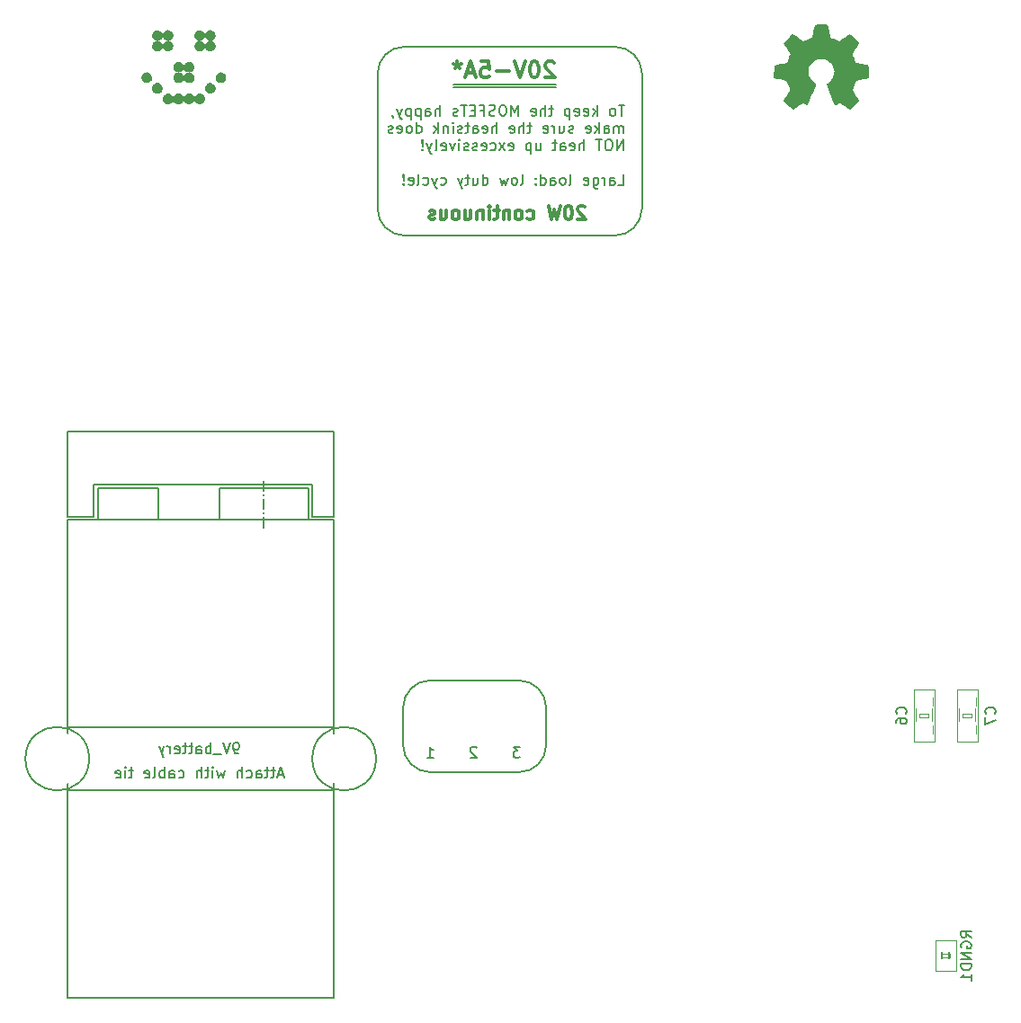
<source format=gbo>
G04 (created by PCBNEW (2013-01-23 BZR 3920)-testing) date Thu 24 Jan 2013 12:53:23 AM CET*
%MOIN*%
G04 Gerber Fmt 3.4, Leading zero omitted, Abs format*
%FSLAX34Y34*%
G01*
G70*
G90*
G04 APERTURE LIST*
%ADD10C,2.3622e-06*%
%ADD11C,0.008*%
%ADD12C,0.012*%
%ADD13C,0.0001*%
%ADD14C,0.0026*%
%ADD15C,0.006*%
%ADD16C,0.002*%
%ADD17C,0.004*%
%ADD18C,0.1969*%
%ADD19O,0.1378X0.0984*%
%ADD20C,0.0591*%
%ADD21C,0.06*%
%ADD22C,0.3937*%
%ADD23C,0.1772*%
%ADD24C,0.315*%
%ADD25C,0.4724*%
%ADD26C,0.0984*%
%ADD27C,0.16*%
%ADD28C,0.1575*%
%ADD29R,0.0433X0.0393*%
%ADD30O,0.0689X0.1181*%
%ADD31R,0.0708X0.0629*%
%ADD32C,0.065*%
%ADD33R,0.06X0.06*%
G04 APERTURE END LIST*
G54D10*
G54D11*
X52450Y-20600D02*
X52450Y-15600D01*
X62250Y-20600D02*
X62250Y-15600D01*
G54D12*
X60142Y-20550D02*
X60119Y-20526D01*
X60071Y-20502D01*
X59952Y-20502D01*
X59904Y-20526D01*
X59880Y-20550D01*
X59857Y-20597D01*
X59857Y-20645D01*
X59880Y-20716D01*
X60166Y-21002D01*
X59857Y-21002D01*
X59547Y-20502D02*
X59500Y-20502D01*
X59452Y-20526D01*
X59428Y-20550D01*
X59404Y-20597D01*
X59380Y-20692D01*
X59380Y-20811D01*
X59404Y-20907D01*
X59428Y-20954D01*
X59452Y-20978D01*
X59500Y-21002D01*
X59547Y-21002D01*
X59595Y-20978D01*
X59619Y-20954D01*
X59642Y-20907D01*
X59666Y-20811D01*
X59666Y-20692D01*
X59642Y-20597D01*
X59619Y-20550D01*
X59595Y-20526D01*
X59547Y-20502D01*
X59214Y-20502D02*
X59095Y-21002D01*
X59000Y-20645D01*
X58904Y-21002D01*
X58785Y-20502D01*
X58000Y-20978D02*
X58047Y-21002D01*
X58142Y-21002D01*
X58190Y-20978D01*
X58214Y-20954D01*
X58238Y-20907D01*
X58238Y-20764D01*
X58214Y-20716D01*
X58190Y-20692D01*
X58142Y-20669D01*
X58047Y-20669D01*
X58000Y-20692D01*
X57714Y-21002D02*
X57761Y-20978D01*
X57785Y-20954D01*
X57809Y-20907D01*
X57809Y-20764D01*
X57785Y-20716D01*
X57761Y-20692D01*
X57714Y-20669D01*
X57642Y-20669D01*
X57595Y-20692D01*
X57571Y-20716D01*
X57547Y-20764D01*
X57547Y-20907D01*
X57571Y-20954D01*
X57595Y-20978D01*
X57642Y-21002D01*
X57714Y-21002D01*
X57333Y-20669D02*
X57333Y-21002D01*
X57333Y-20716D02*
X57309Y-20692D01*
X57261Y-20669D01*
X57190Y-20669D01*
X57142Y-20692D01*
X57119Y-20740D01*
X57119Y-21002D01*
X56952Y-20669D02*
X56761Y-20669D01*
X56880Y-20502D02*
X56880Y-20930D01*
X56857Y-20978D01*
X56809Y-21002D01*
X56761Y-21002D01*
X56595Y-21002D02*
X56595Y-20669D01*
X56595Y-20502D02*
X56619Y-20526D01*
X56595Y-20550D01*
X56571Y-20526D01*
X56595Y-20502D01*
X56595Y-20550D01*
X56357Y-20669D02*
X56357Y-21002D01*
X56357Y-20716D02*
X56333Y-20692D01*
X56285Y-20669D01*
X56214Y-20669D01*
X56166Y-20692D01*
X56142Y-20740D01*
X56142Y-21002D01*
X55690Y-20669D02*
X55690Y-21002D01*
X55904Y-20669D02*
X55904Y-20930D01*
X55880Y-20978D01*
X55833Y-21002D01*
X55761Y-21002D01*
X55714Y-20978D01*
X55690Y-20954D01*
X55380Y-21002D02*
X55428Y-20978D01*
X55452Y-20954D01*
X55476Y-20907D01*
X55476Y-20764D01*
X55452Y-20716D01*
X55428Y-20692D01*
X55380Y-20669D01*
X55309Y-20669D01*
X55261Y-20692D01*
X55238Y-20716D01*
X55214Y-20764D01*
X55214Y-20907D01*
X55238Y-20954D01*
X55261Y-20978D01*
X55309Y-21002D01*
X55380Y-21002D01*
X54785Y-20669D02*
X54785Y-21002D01*
X54999Y-20669D02*
X54999Y-20930D01*
X54976Y-20978D01*
X54928Y-21002D01*
X54857Y-21002D01*
X54809Y-20978D01*
X54785Y-20954D01*
X54571Y-20978D02*
X54523Y-21002D01*
X54428Y-21002D01*
X54380Y-20978D01*
X54357Y-20930D01*
X54357Y-20907D01*
X54380Y-20859D01*
X54428Y-20835D01*
X54499Y-20835D01*
X54547Y-20811D01*
X54571Y-20764D01*
X54571Y-20740D01*
X54547Y-20692D01*
X54499Y-20669D01*
X54428Y-20669D01*
X54380Y-20692D01*
G54D11*
X59050Y-16100D02*
X55250Y-16100D01*
X55250Y-16000D02*
X59050Y-16000D01*
X61250Y-21600D02*
X53450Y-21600D01*
X53450Y-14600D02*
X61250Y-14600D01*
X61611Y-16761D02*
X61383Y-16761D01*
X61497Y-17161D02*
X61497Y-16761D01*
X61192Y-17161D02*
X61230Y-17142D01*
X61250Y-17123D01*
X61269Y-17085D01*
X61269Y-16971D01*
X61250Y-16933D01*
X61230Y-16914D01*
X61192Y-16895D01*
X61135Y-16895D01*
X61097Y-16914D01*
X61078Y-16933D01*
X61059Y-16971D01*
X61059Y-17085D01*
X61078Y-17123D01*
X61097Y-17142D01*
X61135Y-17161D01*
X61192Y-17161D01*
X60583Y-17161D02*
X60583Y-16761D01*
X60545Y-17009D02*
X60430Y-17161D01*
X60430Y-16895D02*
X60583Y-17047D01*
X60107Y-17142D02*
X60145Y-17161D01*
X60221Y-17161D01*
X60259Y-17142D01*
X60278Y-17104D01*
X60278Y-16952D01*
X60259Y-16914D01*
X60221Y-16895D01*
X60145Y-16895D01*
X60107Y-16914D01*
X60088Y-16952D01*
X60088Y-16990D01*
X60278Y-17028D01*
X59764Y-17142D02*
X59802Y-17161D01*
X59878Y-17161D01*
X59916Y-17142D01*
X59935Y-17104D01*
X59935Y-16952D01*
X59916Y-16914D01*
X59878Y-16895D01*
X59802Y-16895D01*
X59764Y-16914D01*
X59745Y-16952D01*
X59745Y-16990D01*
X59935Y-17028D01*
X59573Y-16895D02*
X59573Y-17295D01*
X59573Y-16914D02*
X59535Y-16895D01*
X59459Y-16895D01*
X59421Y-16914D01*
X59402Y-16933D01*
X59383Y-16971D01*
X59383Y-17085D01*
X59402Y-17123D01*
X59421Y-17142D01*
X59459Y-17161D01*
X59535Y-17161D01*
X59573Y-17142D01*
X58964Y-16895D02*
X58811Y-16895D01*
X58907Y-16761D02*
X58907Y-17104D01*
X58888Y-17142D01*
X58850Y-17161D01*
X58811Y-17161D01*
X58678Y-17161D02*
X58678Y-16761D01*
X58507Y-17161D02*
X58507Y-16952D01*
X58526Y-16914D01*
X58564Y-16895D01*
X58621Y-16895D01*
X58659Y-16914D01*
X58678Y-16933D01*
X58164Y-17142D02*
X58202Y-17161D01*
X58278Y-17161D01*
X58316Y-17142D01*
X58335Y-17104D01*
X58335Y-16952D01*
X58316Y-16914D01*
X58278Y-16895D01*
X58202Y-16895D01*
X58164Y-16914D01*
X58145Y-16952D01*
X58145Y-16990D01*
X58335Y-17028D01*
X57669Y-17161D02*
X57669Y-16761D01*
X57535Y-17047D01*
X57402Y-16761D01*
X57402Y-17161D01*
X57135Y-16761D02*
X57059Y-16761D01*
X57021Y-16780D01*
X56983Y-16819D01*
X56964Y-16895D01*
X56964Y-17028D01*
X56983Y-17104D01*
X57021Y-17142D01*
X57059Y-17161D01*
X57135Y-17161D01*
X57173Y-17142D01*
X57211Y-17104D01*
X57230Y-17028D01*
X57230Y-16895D01*
X57211Y-16819D01*
X57173Y-16780D01*
X57135Y-16761D01*
X56811Y-17142D02*
X56754Y-17161D01*
X56659Y-17161D01*
X56621Y-17142D01*
X56602Y-17123D01*
X56583Y-17085D01*
X56583Y-17047D01*
X56602Y-17009D01*
X56621Y-16990D01*
X56659Y-16971D01*
X56735Y-16952D01*
X56773Y-16933D01*
X56792Y-16914D01*
X56811Y-16876D01*
X56811Y-16838D01*
X56792Y-16800D01*
X56773Y-16780D01*
X56735Y-16761D01*
X56640Y-16761D01*
X56583Y-16780D01*
X56278Y-16952D02*
X56411Y-16952D01*
X56411Y-17161D02*
X56411Y-16761D01*
X56221Y-16761D01*
X56069Y-16952D02*
X55935Y-16952D01*
X55878Y-17161D02*
X56069Y-17161D01*
X56069Y-16761D01*
X55878Y-16761D01*
X55764Y-16761D02*
X55535Y-16761D01*
X55650Y-17161D02*
X55650Y-16761D01*
X55421Y-17142D02*
X55383Y-17161D01*
X55307Y-17161D01*
X55269Y-17142D01*
X55250Y-17104D01*
X55250Y-17085D01*
X55269Y-17047D01*
X55307Y-17028D01*
X55364Y-17028D01*
X55402Y-17009D01*
X55421Y-16971D01*
X55421Y-16952D01*
X55402Y-16914D01*
X55364Y-16895D01*
X55307Y-16895D01*
X55269Y-16914D01*
X54773Y-17161D02*
X54773Y-16761D01*
X54602Y-17161D02*
X54602Y-16952D01*
X54621Y-16914D01*
X54659Y-16895D01*
X54716Y-16895D01*
X54754Y-16914D01*
X54773Y-16933D01*
X54240Y-17161D02*
X54240Y-16952D01*
X54259Y-16914D01*
X54297Y-16895D01*
X54373Y-16895D01*
X54411Y-16914D01*
X54240Y-17142D02*
X54278Y-17161D01*
X54373Y-17161D01*
X54411Y-17142D01*
X54430Y-17104D01*
X54430Y-17066D01*
X54411Y-17028D01*
X54373Y-17009D01*
X54278Y-17009D01*
X54240Y-16990D01*
X54050Y-16895D02*
X54050Y-17295D01*
X54050Y-16914D02*
X54011Y-16895D01*
X53935Y-16895D01*
X53897Y-16914D01*
X53878Y-16933D01*
X53859Y-16971D01*
X53859Y-17085D01*
X53878Y-17123D01*
X53897Y-17142D01*
X53935Y-17161D01*
X54011Y-17161D01*
X54050Y-17142D01*
X53688Y-16895D02*
X53688Y-17295D01*
X53688Y-16914D02*
X53650Y-16895D01*
X53573Y-16895D01*
X53535Y-16914D01*
X53516Y-16933D01*
X53497Y-16971D01*
X53497Y-17085D01*
X53516Y-17123D01*
X53535Y-17142D01*
X53573Y-17161D01*
X53650Y-17161D01*
X53688Y-17142D01*
X53364Y-16895D02*
X53269Y-17161D01*
X53173Y-16895D02*
X53269Y-17161D01*
X53307Y-17257D01*
X53326Y-17276D01*
X53364Y-17295D01*
X53002Y-17142D02*
X53002Y-17161D01*
X53021Y-17200D01*
X53040Y-17219D01*
X61554Y-17801D02*
X61554Y-17535D01*
X61554Y-17573D02*
X61535Y-17554D01*
X61497Y-17535D01*
X61440Y-17535D01*
X61402Y-17554D01*
X61383Y-17592D01*
X61383Y-17801D01*
X61383Y-17592D02*
X61364Y-17554D01*
X61326Y-17535D01*
X61269Y-17535D01*
X61230Y-17554D01*
X61211Y-17592D01*
X61211Y-17801D01*
X60850Y-17801D02*
X60850Y-17592D01*
X60869Y-17554D01*
X60907Y-17535D01*
X60983Y-17535D01*
X61021Y-17554D01*
X60850Y-17782D02*
X60888Y-17801D01*
X60983Y-17801D01*
X61021Y-17782D01*
X61040Y-17744D01*
X61040Y-17706D01*
X61021Y-17668D01*
X60983Y-17649D01*
X60888Y-17649D01*
X60850Y-17630D01*
X60659Y-17801D02*
X60659Y-17401D01*
X60621Y-17649D02*
X60507Y-17801D01*
X60507Y-17535D02*
X60659Y-17687D01*
X60183Y-17782D02*
X60221Y-17801D01*
X60297Y-17801D01*
X60335Y-17782D01*
X60354Y-17744D01*
X60354Y-17592D01*
X60335Y-17554D01*
X60297Y-17535D01*
X60221Y-17535D01*
X60183Y-17554D01*
X60164Y-17592D01*
X60164Y-17630D01*
X60354Y-17668D01*
X59707Y-17782D02*
X59669Y-17801D01*
X59592Y-17801D01*
X59554Y-17782D01*
X59535Y-17744D01*
X59535Y-17725D01*
X59554Y-17687D01*
X59592Y-17668D01*
X59650Y-17668D01*
X59688Y-17649D01*
X59707Y-17611D01*
X59707Y-17592D01*
X59688Y-17554D01*
X59650Y-17535D01*
X59592Y-17535D01*
X59554Y-17554D01*
X59192Y-17535D02*
X59192Y-17801D01*
X59364Y-17535D02*
X59364Y-17744D01*
X59345Y-17782D01*
X59307Y-17801D01*
X59250Y-17801D01*
X59211Y-17782D01*
X59192Y-17763D01*
X59002Y-17801D02*
X59002Y-17535D01*
X59002Y-17611D02*
X58983Y-17573D01*
X58964Y-17554D01*
X58926Y-17535D01*
X58888Y-17535D01*
X58602Y-17782D02*
X58640Y-17801D01*
X58716Y-17801D01*
X58754Y-17782D01*
X58773Y-17744D01*
X58773Y-17592D01*
X58754Y-17554D01*
X58716Y-17535D01*
X58640Y-17535D01*
X58602Y-17554D01*
X58583Y-17592D01*
X58583Y-17630D01*
X58773Y-17668D01*
X58164Y-17535D02*
X58011Y-17535D01*
X58107Y-17401D02*
X58107Y-17744D01*
X58088Y-17782D01*
X58050Y-17801D01*
X58011Y-17801D01*
X57878Y-17801D02*
X57878Y-17401D01*
X57707Y-17801D02*
X57707Y-17592D01*
X57726Y-17554D01*
X57764Y-17535D01*
X57821Y-17535D01*
X57859Y-17554D01*
X57878Y-17573D01*
X57364Y-17782D02*
X57402Y-17801D01*
X57478Y-17801D01*
X57516Y-17782D01*
X57535Y-17744D01*
X57535Y-17592D01*
X57516Y-17554D01*
X57478Y-17535D01*
X57402Y-17535D01*
X57364Y-17554D01*
X57345Y-17592D01*
X57345Y-17630D01*
X57535Y-17668D01*
X56869Y-17801D02*
X56869Y-17401D01*
X56697Y-17801D02*
X56697Y-17592D01*
X56716Y-17554D01*
X56754Y-17535D01*
X56811Y-17535D01*
X56850Y-17554D01*
X56869Y-17573D01*
X56354Y-17782D02*
X56392Y-17801D01*
X56469Y-17801D01*
X56507Y-17782D01*
X56526Y-17744D01*
X56526Y-17592D01*
X56507Y-17554D01*
X56469Y-17535D01*
X56392Y-17535D01*
X56354Y-17554D01*
X56335Y-17592D01*
X56335Y-17630D01*
X56526Y-17668D01*
X55992Y-17801D02*
X55992Y-17592D01*
X56011Y-17554D01*
X56050Y-17535D01*
X56126Y-17535D01*
X56164Y-17554D01*
X55992Y-17782D02*
X56030Y-17801D01*
X56126Y-17801D01*
X56164Y-17782D01*
X56183Y-17744D01*
X56183Y-17706D01*
X56164Y-17668D01*
X56126Y-17649D01*
X56030Y-17649D01*
X55992Y-17630D01*
X55859Y-17535D02*
X55707Y-17535D01*
X55802Y-17401D02*
X55802Y-17744D01*
X55783Y-17782D01*
X55745Y-17801D01*
X55707Y-17801D01*
X55592Y-17782D02*
X55554Y-17801D01*
X55478Y-17801D01*
X55440Y-17782D01*
X55421Y-17744D01*
X55421Y-17725D01*
X55440Y-17687D01*
X55478Y-17668D01*
X55535Y-17668D01*
X55573Y-17649D01*
X55592Y-17611D01*
X55592Y-17592D01*
X55573Y-17554D01*
X55535Y-17535D01*
X55478Y-17535D01*
X55440Y-17554D01*
X55250Y-17801D02*
X55250Y-17535D01*
X55250Y-17401D02*
X55269Y-17420D01*
X55250Y-17440D01*
X55230Y-17420D01*
X55250Y-17401D01*
X55250Y-17440D01*
X55059Y-17535D02*
X55059Y-17801D01*
X55059Y-17573D02*
X55040Y-17554D01*
X55002Y-17535D01*
X54945Y-17535D01*
X54907Y-17554D01*
X54888Y-17592D01*
X54888Y-17801D01*
X54697Y-17801D02*
X54697Y-17401D01*
X54659Y-17649D02*
X54545Y-17801D01*
X54545Y-17535D02*
X54697Y-17687D01*
X53897Y-17801D02*
X53897Y-17401D01*
X53897Y-17782D02*
X53935Y-17801D01*
X54011Y-17801D01*
X54050Y-17782D01*
X54069Y-17763D01*
X54088Y-17725D01*
X54088Y-17611D01*
X54069Y-17573D01*
X54050Y-17554D01*
X54011Y-17535D01*
X53935Y-17535D01*
X53897Y-17554D01*
X53650Y-17801D02*
X53688Y-17782D01*
X53707Y-17763D01*
X53726Y-17725D01*
X53726Y-17611D01*
X53707Y-17573D01*
X53688Y-17554D01*
X53650Y-17535D01*
X53592Y-17535D01*
X53554Y-17554D01*
X53535Y-17573D01*
X53516Y-17611D01*
X53516Y-17725D01*
X53535Y-17763D01*
X53554Y-17782D01*
X53592Y-17801D01*
X53650Y-17801D01*
X53192Y-17782D02*
X53230Y-17801D01*
X53307Y-17801D01*
X53345Y-17782D01*
X53364Y-17744D01*
X53364Y-17592D01*
X53345Y-17554D01*
X53307Y-17535D01*
X53230Y-17535D01*
X53192Y-17554D01*
X53173Y-17592D01*
X53173Y-17630D01*
X53364Y-17668D01*
X53021Y-17782D02*
X52983Y-17801D01*
X52907Y-17801D01*
X52869Y-17782D01*
X52850Y-17744D01*
X52850Y-17725D01*
X52869Y-17687D01*
X52907Y-17668D01*
X52964Y-17668D01*
X53002Y-17649D01*
X53021Y-17611D01*
X53021Y-17592D01*
X53002Y-17554D01*
X52964Y-17535D01*
X52907Y-17535D01*
X52869Y-17554D01*
X61554Y-18441D02*
X61554Y-18041D01*
X61326Y-18441D01*
X61326Y-18041D01*
X61059Y-18041D02*
X60983Y-18041D01*
X60945Y-18060D01*
X60907Y-18099D01*
X60888Y-18175D01*
X60888Y-18308D01*
X60907Y-18384D01*
X60945Y-18422D01*
X60983Y-18441D01*
X61059Y-18441D01*
X61097Y-18422D01*
X61135Y-18384D01*
X61154Y-18308D01*
X61154Y-18175D01*
X61135Y-18099D01*
X61097Y-18060D01*
X61059Y-18041D01*
X60773Y-18041D02*
X60545Y-18041D01*
X60659Y-18441D02*
X60659Y-18041D01*
X60107Y-18441D02*
X60107Y-18041D01*
X59935Y-18441D02*
X59935Y-18232D01*
X59954Y-18194D01*
X59992Y-18175D01*
X60050Y-18175D01*
X60088Y-18194D01*
X60107Y-18213D01*
X59592Y-18422D02*
X59630Y-18441D01*
X59707Y-18441D01*
X59745Y-18422D01*
X59764Y-18384D01*
X59764Y-18232D01*
X59745Y-18194D01*
X59707Y-18175D01*
X59630Y-18175D01*
X59592Y-18194D01*
X59573Y-18232D01*
X59573Y-18270D01*
X59764Y-18308D01*
X59230Y-18441D02*
X59230Y-18232D01*
X59250Y-18194D01*
X59288Y-18175D01*
X59364Y-18175D01*
X59402Y-18194D01*
X59230Y-18422D02*
X59269Y-18441D01*
X59364Y-18441D01*
X59402Y-18422D01*
X59421Y-18384D01*
X59421Y-18346D01*
X59402Y-18308D01*
X59364Y-18289D01*
X59269Y-18289D01*
X59230Y-18270D01*
X59097Y-18175D02*
X58945Y-18175D01*
X59040Y-18041D02*
X59040Y-18384D01*
X59021Y-18422D01*
X58983Y-18441D01*
X58945Y-18441D01*
X58335Y-18175D02*
X58335Y-18441D01*
X58507Y-18175D02*
X58507Y-18384D01*
X58488Y-18422D01*
X58450Y-18441D01*
X58392Y-18441D01*
X58354Y-18422D01*
X58335Y-18403D01*
X58145Y-18175D02*
X58145Y-18575D01*
X58145Y-18194D02*
X58107Y-18175D01*
X58030Y-18175D01*
X57992Y-18194D01*
X57973Y-18213D01*
X57954Y-18251D01*
X57954Y-18365D01*
X57973Y-18403D01*
X57992Y-18422D01*
X58030Y-18441D01*
X58107Y-18441D01*
X58145Y-18422D01*
X57326Y-18422D02*
X57364Y-18441D01*
X57440Y-18441D01*
X57478Y-18422D01*
X57497Y-18384D01*
X57497Y-18232D01*
X57478Y-18194D01*
X57440Y-18175D01*
X57364Y-18175D01*
X57326Y-18194D01*
X57307Y-18232D01*
X57307Y-18270D01*
X57497Y-18308D01*
X57173Y-18441D02*
X56964Y-18175D01*
X57173Y-18175D02*
X56964Y-18441D01*
X56640Y-18422D02*
X56678Y-18441D01*
X56754Y-18441D01*
X56792Y-18422D01*
X56811Y-18403D01*
X56830Y-18365D01*
X56830Y-18251D01*
X56811Y-18213D01*
X56792Y-18194D01*
X56754Y-18175D01*
X56678Y-18175D01*
X56640Y-18194D01*
X56316Y-18422D02*
X56354Y-18441D01*
X56430Y-18441D01*
X56469Y-18422D01*
X56488Y-18384D01*
X56488Y-18232D01*
X56469Y-18194D01*
X56430Y-18175D01*
X56354Y-18175D01*
X56316Y-18194D01*
X56297Y-18232D01*
X56297Y-18270D01*
X56488Y-18308D01*
X56145Y-18422D02*
X56107Y-18441D01*
X56030Y-18441D01*
X55992Y-18422D01*
X55973Y-18384D01*
X55973Y-18365D01*
X55992Y-18327D01*
X56030Y-18308D01*
X56088Y-18308D01*
X56126Y-18289D01*
X56145Y-18251D01*
X56145Y-18232D01*
X56126Y-18194D01*
X56088Y-18175D01*
X56030Y-18175D01*
X55992Y-18194D01*
X55821Y-18422D02*
X55783Y-18441D01*
X55707Y-18441D01*
X55669Y-18422D01*
X55650Y-18384D01*
X55650Y-18365D01*
X55669Y-18327D01*
X55707Y-18308D01*
X55764Y-18308D01*
X55802Y-18289D01*
X55821Y-18251D01*
X55821Y-18232D01*
X55802Y-18194D01*
X55764Y-18175D01*
X55707Y-18175D01*
X55669Y-18194D01*
X55478Y-18441D02*
X55478Y-18175D01*
X55478Y-18041D02*
X55497Y-18060D01*
X55478Y-18080D01*
X55459Y-18060D01*
X55478Y-18041D01*
X55478Y-18080D01*
X55326Y-18175D02*
X55230Y-18441D01*
X55135Y-18175D01*
X54830Y-18422D02*
X54869Y-18441D01*
X54945Y-18441D01*
X54983Y-18422D01*
X55002Y-18384D01*
X55002Y-18232D01*
X54983Y-18194D01*
X54945Y-18175D01*
X54869Y-18175D01*
X54830Y-18194D01*
X54811Y-18232D01*
X54811Y-18270D01*
X55002Y-18308D01*
X54583Y-18441D02*
X54621Y-18422D01*
X54640Y-18384D01*
X54640Y-18041D01*
X54469Y-18175D02*
X54373Y-18441D01*
X54278Y-18175D02*
X54373Y-18441D01*
X54411Y-18537D01*
X54430Y-18556D01*
X54469Y-18575D01*
X54126Y-18403D02*
X54107Y-18422D01*
X54126Y-18441D01*
X54145Y-18422D01*
X54126Y-18403D01*
X54126Y-18441D01*
X54126Y-18289D02*
X54145Y-18060D01*
X54126Y-18041D01*
X54107Y-18060D01*
X54126Y-18289D01*
X54126Y-18041D01*
X61364Y-19721D02*
X61554Y-19721D01*
X61554Y-19321D01*
X61059Y-19721D02*
X61059Y-19512D01*
X61078Y-19474D01*
X61116Y-19455D01*
X61192Y-19455D01*
X61230Y-19474D01*
X61059Y-19702D02*
X61097Y-19721D01*
X61192Y-19721D01*
X61230Y-19702D01*
X61250Y-19664D01*
X61250Y-19626D01*
X61230Y-19588D01*
X61192Y-19569D01*
X61097Y-19569D01*
X61059Y-19550D01*
X60869Y-19721D02*
X60869Y-19455D01*
X60869Y-19531D02*
X60850Y-19493D01*
X60830Y-19474D01*
X60792Y-19455D01*
X60754Y-19455D01*
X60450Y-19455D02*
X60450Y-19779D01*
X60469Y-19817D01*
X60488Y-19836D01*
X60526Y-19855D01*
X60583Y-19855D01*
X60621Y-19836D01*
X60450Y-19702D02*
X60488Y-19721D01*
X60564Y-19721D01*
X60602Y-19702D01*
X60621Y-19683D01*
X60640Y-19645D01*
X60640Y-19531D01*
X60621Y-19493D01*
X60602Y-19474D01*
X60564Y-19455D01*
X60488Y-19455D01*
X60450Y-19474D01*
X60107Y-19702D02*
X60145Y-19721D01*
X60221Y-19721D01*
X60259Y-19702D01*
X60278Y-19664D01*
X60278Y-19512D01*
X60259Y-19474D01*
X60221Y-19455D01*
X60145Y-19455D01*
X60107Y-19474D01*
X60088Y-19512D01*
X60088Y-19550D01*
X60278Y-19588D01*
X59554Y-19721D02*
X59592Y-19702D01*
X59611Y-19664D01*
X59611Y-19321D01*
X59345Y-19721D02*
X59383Y-19702D01*
X59402Y-19683D01*
X59421Y-19645D01*
X59421Y-19531D01*
X59402Y-19493D01*
X59383Y-19474D01*
X59345Y-19455D01*
X59288Y-19455D01*
X59250Y-19474D01*
X59230Y-19493D01*
X59211Y-19531D01*
X59211Y-19645D01*
X59230Y-19683D01*
X59250Y-19702D01*
X59288Y-19721D01*
X59345Y-19721D01*
X58869Y-19721D02*
X58869Y-19512D01*
X58888Y-19474D01*
X58926Y-19455D01*
X59002Y-19455D01*
X59040Y-19474D01*
X58869Y-19702D02*
X58907Y-19721D01*
X59002Y-19721D01*
X59040Y-19702D01*
X59059Y-19664D01*
X59059Y-19626D01*
X59040Y-19588D01*
X59002Y-19569D01*
X58907Y-19569D01*
X58869Y-19550D01*
X58507Y-19721D02*
X58507Y-19321D01*
X58507Y-19702D02*
X58545Y-19721D01*
X58621Y-19721D01*
X58659Y-19702D01*
X58678Y-19683D01*
X58697Y-19645D01*
X58697Y-19531D01*
X58678Y-19493D01*
X58659Y-19474D01*
X58621Y-19455D01*
X58545Y-19455D01*
X58507Y-19474D01*
X58316Y-19683D02*
X58297Y-19702D01*
X58316Y-19721D01*
X58335Y-19702D01*
X58316Y-19683D01*
X58316Y-19721D01*
X58316Y-19474D02*
X58297Y-19493D01*
X58316Y-19512D01*
X58335Y-19493D01*
X58316Y-19474D01*
X58316Y-19512D01*
X57764Y-19721D02*
X57802Y-19702D01*
X57821Y-19664D01*
X57821Y-19321D01*
X57554Y-19721D02*
X57592Y-19702D01*
X57611Y-19683D01*
X57630Y-19645D01*
X57630Y-19531D01*
X57611Y-19493D01*
X57592Y-19474D01*
X57554Y-19455D01*
X57497Y-19455D01*
X57459Y-19474D01*
X57440Y-19493D01*
X57421Y-19531D01*
X57421Y-19645D01*
X57440Y-19683D01*
X57459Y-19702D01*
X57497Y-19721D01*
X57554Y-19721D01*
X57288Y-19455D02*
X57211Y-19721D01*
X57135Y-19531D01*
X57059Y-19721D01*
X56983Y-19455D01*
X56354Y-19721D02*
X56354Y-19321D01*
X56354Y-19702D02*
X56392Y-19721D01*
X56469Y-19721D01*
X56507Y-19702D01*
X56526Y-19683D01*
X56545Y-19645D01*
X56545Y-19531D01*
X56526Y-19493D01*
X56507Y-19474D01*
X56469Y-19455D01*
X56392Y-19455D01*
X56354Y-19474D01*
X55992Y-19455D02*
X55992Y-19721D01*
X56164Y-19455D02*
X56164Y-19664D01*
X56145Y-19702D01*
X56107Y-19721D01*
X56050Y-19721D01*
X56011Y-19702D01*
X55992Y-19683D01*
X55859Y-19455D02*
X55707Y-19455D01*
X55802Y-19321D02*
X55802Y-19664D01*
X55783Y-19702D01*
X55745Y-19721D01*
X55707Y-19721D01*
X55611Y-19455D02*
X55516Y-19721D01*
X55421Y-19455D02*
X55516Y-19721D01*
X55554Y-19817D01*
X55573Y-19836D01*
X55611Y-19855D01*
X54792Y-19702D02*
X54830Y-19721D01*
X54907Y-19721D01*
X54945Y-19702D01*
X54964Y-19683D01*
X54983Y-19645D01*
X54983Y-19531D01*
X54964Y-19493D01*
X54945Y-19474D01*
X54907Y-19455D01*
X54830Y-19455D01*
X54792Y-19474D01*
X54659Y-19455D02*
X54564Y-19721D01*
X54469Y-19455D02*
X54564Y-19721D01*
X54602Y-19817D01*
X54621Y-19836D01*
X54659Y-19855D01*
X54145Y-19702D02*
X54183Y-19721D01*
X54259Y-19721D01*
X54297Y-19702D01*
X54316Y-19683D01*
X54335Y-19645D01*
X54335Y-19531D01*
X54316Y-19493D01*
X54297Y-19474D01*
X54259Y-19455D01*
X54183Y-19455D01*
X54145Y-19474D01*
X53916Y-19721D02*
X53954Y-19702D01*
X53973Y-19664D01*
X53973Y-19321D01*
X53611Y-19702D02*
X53650Y-19721D01*
X53726Y-19721D01*
X53764Y-19702D01*
X53783Y-19664D01*
X53783Y-19512D01*
X53764Y-19474D01*
X53726Y-19455D01*
X53650Y-19455D01*
X53611Y-19474D01*
X53592Y-19512D01*
X53592Y-19550D01*
X53783Y-19588D01*
X53421Y-19683D02*
X53402Y-19702D01*
X53421Y-19721D01*
X53440Y-19702D01*
X53421Y-19683D01*
X53421Y-19721D01*
X53421Y-19569D02*
X53440Y-19340D01*
X53421Y-19321D01*
X53402Y-19340D01*
X53421Y-19569D01*
X53421Y-19321D01*
X62250Y-15600D02*
G75*
G03X61250Y-14600I-1000J0D01*
G74*
G01*
X61250Y-21600D02*
G75*
G03X62250Y-20600I0J1000D01*
G74*
G01*
X53450Y-14600D02*
G75*
G03X52450Y-15600I0J-1000D01*
G74*
G01*
X52450Y-20600D02*
G75*
G03X53450Y-21600I1000J0D01*
G74*
G01*
G54D12*
X59007Y-15200D02*
X58978Y-15171D01*
X58921Y-15142D01*
X58778Y-15142D01*
X58721Y-15171D01*
X58692Y-15200D01*
X58664Y-15257D01*
X58664Y-15314D01*
X58692Y-15400D01*
X59035Y-15742D01*
X58664Y-15742D01*
X58292Y-15142D02*
X58235Y-15142D01*
X58178Y-15171D01*
X58150Y-15200D01*
X58121Y-15257D01*
X58092Y-15371D01*
X58092Y-15514D01*
X58121Y-15628D01*
X58150Y-15685D01*
X58178Y-15714D01*
X58235Y-15742D01*
X58292Y-15742D01*
X58350Y-15714D01*
X58378Y-15685D01*
X58407Y-15628D01*
X58435Y-15514D01*
X58435Y-15371D01*
X58407Y-15257D01*
X58378Y-15200D01*
X58350Y-15171D01*
X58292Y-15142D01*
X57921Y-15142D02*
X57721Y-15742D01*
X57521Y-15142D01*
X57321Y-15514D02*
X56864Y-15514D01*
X56292Y-15142D02*
X56578Y-15142D01*
X56607Y-15428D01*
X56578Y-15400D01*
X56521Y-15371D01*
X56378Y-15371D01*
X56321Y-15400D01*
X56292Y-15428D01*
X56264Y-15485D01*
X56264Y-15628D01*
X56292Y-15685D01*
X56321Y-15714D01*
X56378Y-15742D01*
X56521Y-15742D01*
X56578Y-15714D01*
X56607Y-15685D01*
X56035Y-15571D02*
X55749Y-15571D01*
X56092Y-15742D02*
X55892Y-15142D01*
X55692Y-15742D01*
X55407Y-15142D02*
X55407Y-15285D01*
X55549Y-15228D02*
X55407Y-15285D01*
X55264Y-15228D01*
X55492Y-15400D02*
X55407Y-15285D01*
X55321Y-15400D01*
G54D11*
X58700Y-40500D02*
X58700Y-39100D01*
X54400Y-41500D02*
X57700Y-41500D01*
X53400Y-39100D02*
X53400Y-40500D01*
X57700Y-38100D02*
X54400Y-38100D01*
X53400Y-40500D02*
G75*
G03X54400Y-41500I1000J0D01*
G74*
G01*
X54400Y-38100D02*
G75*
G03X53400Y-39100I0J-1000D01*
G74*
G01*
X57700Y-41500D02*
G75*
G03X58700Y-40500I0J1000D01*
G74*
G01*
X58700Y-39100D02*
G75*
G03X57700Y-38100I-1000J0D01*
G74*
G01*
X57733Y-40561D02*
X57485Y-40561D01*
X57619Y-40714D01*
X57561Y-40714D01*
X57523Y-40733D01*
X57504Y-40752D01*
X57485Y-40790D01*
X57485Y-40885D01*
X57504Y-40923D01*
X57523Y-40942D01*
X57561Y-40961D01*
X57676Y-40961D01*
X57714Y-40942D01*
X57733Y-40923D01*
X56114Y-40600D02*
X56095Y-40580D01*
X56057Y-40561D01*
X55961Y-40561D01*
X55923Y-40580D01*
X55904Y-40600D01*
X55885Y-40638D01*
X55885Y-40676D01*
X55904Y-40733D01*
X56133Y-40961D01*
X55885Y-40961D01*
X54285Y-40961D02*
X54514Y-40961D01*
X54399Y-40961D02*
X54399Y-40561D01*
X54438Y-40619D01*
X54476Y-40657D01*
X54514Y-40676D01*
X41766Y-41000D02*
G75*
G03X41766Y-41000I-1181J0D01*
G74*
G01*
X52396Y-41000D02*
G75*
G03X52396Y-41000I-1181J0D01*
G74*
G01*
X41943Y-30823D02*
X50034Y-30823D01*
X41943Y-32024D02*
X40979Y-32024D01*
X41943Y-30823D02*
X41943Y-32024D01*
X50034Y-32024D02*
X50034Y-30823D01*
X50821Y-39819D02*
X40979Y-39819D01*
X50821Y-42181D02*
X40979Y-42181D01*
X50821Y-32024D02*
X50034Y-32024D01*
X50821Y-32024D02*
X50821Y-28874D01*
X50821Y-28874D02*
X40979Y-28874D01*
X40979Y-28874D02*
X40979Y-32024D01*
X44325Y-32142D02*
X44325Y-30961D01*
X44325Y-30961D02*
X42081Y-30961D01*
X42081Y-30961D02*
X42081Y-32142D01*
X48243Y-31079D02*
X48243Y-30685D01*
X48243Y-31236D02*
X48243Y-31197D01*
X48243Y-31748D02*
X48243Y-31355D01*
X48243Y-31906D02*
X48243Y-31866D01*
X48243Y-32418D02*
X48243Y-32024D01*
X49896Y-30961D02*
X46589Y-30961D01*
X46589Y-30961D02*
X46589Y-32142D01*
X49896Y-32142D02*
X49896Y-30961D01*
X50821Y-32142D02*
X40979Y-32142D01*
X40979Y-32142D02*
X40979Y-49858D01*
X40979Y-49858D02*
X50821Y-49858D01*
X50821Y-49858D02*
X50821Y-32142D01*
G54D13*
G36*
X67836Y-16928D02*
X67854Y-16919D01*
X67895Y-16893D01*
X67954Y-16855D01*
X68023Y-16808D01*
X68092Y-16761D01*
X68149Y-16723D01*
X68189Y-16697D01*
X68206Y-16688D01*
X68215Y-16691D01*
X68248Y-16707D01*
X68296Y-16732D01*
X68324Y-16747D01*
X68368Y-16765D01*
X68389Y-16769D01*
X68393Y-16763D01*
X68409Y-16730D01*
X68434Y-16672D01*
X68467Y-16596D01*
X68505Y-16507D01*
X68546Y-16411D01*
X68587Y-16314D01*
X68625Y-16220D01*
X68660Y-16136D01*
X68687Y-16068D01*
X68705Y-16021D01*
X68712Y-16000D01*
X68710Y-15996D01*
X68688Y-15975D01*
X68649Y-15946D01*
X68567Y-15879D01*
X68485Y-15776D01*
X68435Y-15660D01*
X68418Y-15531D01*
X68432Y-15412D01*
X68479Y-15297D01*
X68560Y-15194D01*
X68657Y-15117D01*
X68770Y-15068D01*
X68898Y-15052D01*
X69020Y-15066D01*
X69137Y-15112D01*
X69241Y-15191D01*
X69284Y-15242D01*
X69345Y-15346D01*
X69379Y-15458D01*
X69382Y-15487D01*
X69377Y-15610D01*
X69341Y-15728D01*
X69276Y-15833D01*
X69186Y-15920D01*
X69175Y-15928D01*
X69133Y-15959D01*
X69105Y-15981D01*
X69083Y-15999D01*
X69239Y-16376D01*
X69265Y-16436D01*
X69307Y-16539D01*
X69345Y-16628D01*
X69376Y-16699D01*
X69396Y-16746D01*
X69406Y-16765D01*
X69407Y-16766D01*
X69420Y-16768D01*
X69449Y-16758D01*
X69502Y-16732D01*
X69537Y-16715D01*
X69577Y-16695D01*
X69595Y-16688D01*
X69610Y-16696D01*
X69649Y-16721D01*
X69705Y-16759D01*
X69772Y-16805D01*
X69836Y-16848D01*
X69895Y-16887D01*
X69939Y-16915D01*
X69959Y-16926D01*
X69963Y-16926D01*
X69981Y-16916D01*
X70015Y-16887D01*
X70067Y-16839D01*
X70139Y-16767D01*
X70150Y-16756D01*
X70210Y-16695D01*
X70259Y-16644D01*
X70291Y-16608D01*
X70303Y-16591D01*
X70303Y-16591D01*
X70292Y-16571D01*
X70265Y-16528D01*
X70226Y-16468D01*
X70178Y-16398D01*
X70053Y-16216D01*
X70122Y-16045D01*
X70143Y-15993D01*
X70170Y-15929D01*
X70190Y-15884D01*
X70200Y-15864D01*
X70218Y-15857D01*
X70265Y-15846D01*
X70333Y-15832D01*
X70414Y-15817D01*
X70492Y-15802D01*
X70561Y-15789D01*
X70612Y-15779D01*
X70635Y-15775D01*
X70640Y-15772D01*
X70644Y-15761D01*
X70647Y-15737D01*
X70649Y-15695D01*
X70650Y-15628D01*
X70650Y-15531D01*
X70650Y-15521D01*
X70649Y-15429D01*
X70648Y-15355D01*
X70645Y-15307D01*
X70642Y-15288D01*
X70642Y-15288D01*
X70620Y-15283D01*
X70571Y-15272D01*
X70501Y-15259D01*
X70418Y-15243D01*
X70413Y-15242D01*
X70330Y-15226D01*
X70260Y-15211D01*
X70212Y-15200D01*
X70191Y-15194D01*
X70187Y-15188D01*
X70170Y-15156D01*
X70146Y-15104D01*
X70119Y-15041D01*
X70092Y-14976D01*
X70068Y-14918D01*
X70052Y-14874D01*
X70048Y-14854D01*
X70048Y-14854D01*
X70060Y-14834D01*
X70089Y-14791D01*
X70129Y-14731D01*
X70178Y-14661D01*
X70181Y-14655D01*
X70229Y-14585D01*
X70268Y-14526D01*
X70293Y-14484D01*
X70303Y-14465D01*
X70303Y-14464D01*
X70287Y-14443D01*
X70251Y-14403D01*
X70200Y-14350D01*
X70139Y-14288D01*
X70119Y-14268D01*
X70051Y-14202D01*
X70004Y-14158D01*
X69975Y-14135D01*
X69960Y-14130D01*
X69960Y-14130D01*
X69939Y-14143D01*
X69895Y-14172D01*
X69834Y-14213D01*
X69763Y-14261D01*
X69758Y-14264D01*
X69688Y-14312D01*
X69630Y-14351D01*
X69589Y-14379D01*
X69570Y-14390D01*
X69567Y-14390D01*
X69539Y-14382D01*
X69489Y-14364D01*
X69428Y-14340D01*
X69363Y-14314D01*
X69304Y-14290D01*
X69260Y-14269D01*
X69239Y-14257D01*
X69238Y-14256D01*
X69231Y-14231D01*
X69219Y-14179D01*
X69204Y-14107D01*
X69188Y-14021D01*
X69185Y-14007D01*
X69169Y-13924D01*
X69156Y-13855D01*
X69146Y-13807D01*
X69141Y-13787D01*
X69129Y-13785D01*
X69088Y-13782D01*
X69026Y-13780D01*
X68951Y-13779D01*
X68872Y-13780D01*
X68794Y-13781D01*
X68728Y-13784D01*
X68681Y-13787D01*
X68661Y-13791D01*
X68660Y-13792D01*
X68653Y-13818D01*
X68641Y-13870D01*
X68627Y-13943D01*
X68610Y-14029D01*
X68607Y-14044D01*
X68592Y-14127D01*
X68578Y-14196D01*
X68568Y-14243D01*
X68562Y-14261D01*
X68555Y-14265D01*
X68520Y-14280D01*
X68464Y-14303D01*
X68395Y-14331D01*
X68235Y-14396D01*
X68038Y-14261D01*
X68020Y-14249D01*
X67949Y-14201D01*
X67891Y-14162D01*
X67851Y-14136D01*
X67834Y-14127D01*
X67833Y-14127D01*
X67813Y-14145D01*
X67774Y-14181D01*
X67721Y-14233D01*
X67659Y-14295D01*
X67613Y-14340D01*
X67559Y-14396D01*
X67524Y-14433D01*
X67506Y-14457D01*
X67499Y-14471D01*
X67501Y-14481D01*
X67513Y-14501D01*
X67542Y-14544D01*
X67583Y-14604D01*
X67631Y-14673D01*
X67670Y-14731D01*
X67713Y-14797D01*
X67741Y-14845D01*
X67750Y-14868D01*
X67748Y-14877D01*
X67734Y-14916D01*
X67711Y-14974D01*
X67681Y-15043D01*
X67613Y-15199D01*
X67511Y-15219D01*
X67449Y-15230D01*
X67362Y-15247D01*
X67279Y-15263D01*
X67150Y-15288D01*
X67146Y-15763D01*
X67166Y-15771D01*
X67185Y-15777D01*
X67233Y-15787D01*
X67301Y-15801D01*
X67382Y-15816D01*
X67450Y-15829D01*
X67520Y-15842D01*
X67569Y-15852D01*
X67591Y-15856D01*
X67597Y-15864D01*
X67614Y-15897D01*
X67639Y-15951D01*
X67666Y-16015D01*
X67694Y-16081D01*
X67718Y-16143D01*
X67736Y-16189D01*
X67742Y-16214D01*
X67732Y-16232D01*
X67706Y-16272D01*
X67668Y-16330D01*
X67621Y-16399D01*
X67574Y-16468D01*
X67534Y-16527D01*
X67507Y-16569D01*
X67495Y-16589D01*
X67501Y-16602D01*
X67528Y-16635D01*
X67580Y-16689D01*
X67657Y-16765D01*
X67670Y-16777D01*
X67732Y-16836D01*
X67783Y-16884D01*
X67820Y-16917D01*
X67836Y-16928D01*
X67836Y-16928D01*
G37*
G36*
X45868Y-16726D02*
X45907Y-16721D01*
X45944Y-16709D01*
X45960Y-16700D01*
X45993Y-16677D01*
X46020Y-16648D01*
X46040Y-16615D01*
X46053Y-16579D01*
X46059Y-16541D01*
X46058Y-16502D01*
X46049Y-16464D01*
X46031Y-16427D01*
X46020Y-16411D01*
X46003Y-16393D01*
X45985Y-16376D01*
X45969Y-16364D01*
X45963Y-16361D01*
X45929Y-16345D01*
X45894Y-16336D01*
X45855Y-16335D01*
X45842Y-16335D01*
X45821Y-16338D01*
X45802Y-16343D01*
X45781Y-16352D01*
X45759Y-16364D01*
X45726Y-16390D01*
X45700Y-16421D01*
X45681Y-16457D01*
X45676Y-16474D01*
X45671Y-16493D01*
X45668Y-16508D01*
X45668Y-16510D01*
X45668Y-16511D01*
X45666Y-16503D01*
X45666Y-16501D01*
X45660Y-16477D01*
X45651Y-16450D01*
X45639Y-16428D01*
X45617Y-16399D01*
X45587Y-16371D01*
X45552Y-16351D01*
X45514Y-16338D01*
X45473Y-16334D01*
X45462Y-16334D01*
X45431Y-16338D01*
X45401Y-16346D01*
X45396Y-16349D01*
X45363Y-16367D01*
X45333Y-16392D01*
X45309Y-16421D01*
X45290Y-16454D01*
X45280Y-16489D01*
X45279Y-16490D01*
X45277Y-16500D01*
X45276Y-16504D01*
X45276Y-16504D01*
X45275Y-16499D01*
X45272Y-16489D01*
X45272Y-16485D01*
X45260Y-16451D01*
X45241Y-16418D01*
X45215Y-16388D01*
X45193Y-16369D01*
X45158Y-16349D01*
X45121Y-16338D01*
X45079Y-16334D01*
X45050Y-16336D01*
X45011Y-16346D01*
X44975Y-16364D01*
X44944Y-16389D01*
X44918Y-16420D01*
X44915Y-16425D01*
X44907Y-16439D01*
X44900Y-16451D01*
X44897Y-16460D01*
X44891Y-16478D01*
X44887Y-16495D01*
X44885Y-16508D01*
X44885Y-16510D01*
X44884Y-16510D01*
X44883Y-16502D01*
X44878Y-16480D01*
X44869Y-16454D01*
X44857Y-16430D01*
X44834Y-16398D01*
X44804Y-16371D01*
X44769Y-16351D01*
X44731Y-16338D01*
X44690Y-16334D01*
X44653Y-16337D01*
X44614Y-16348D01*
X44580Y-16367D01*
X44548Y-16394D01*
X44533Y-16411D01*
X44518Y-16433D01*
X44506Y-16457D01*
X44499Y-16478D01*
X44493Y-16517D01*
X44494Y-16555D01*
X44503Y-16592D01*
X44518Y-16626D01*
X44539Y-16657D01*
X44566Y-16683D01*
X44598Y-16704D01*
X44634Y-16718D01*
X44673Y-16725D01*
X44677Y-16725D01*
X44717Y-16724D01*
X44754Y-16715D01*
X44790Y-16697D01*
X44803Y-16689D01*
X44829Y-16666D01*
X44852Y-16638D01*
X44868Y-16608D01*
X44873Y-16598D01*
X44878Y-16581D01*
X44882Y-16564D01*
X44884Y-16551D01*
X44884Y-16543D01*
X44885Y-16551D01*
X44886Y-16557D01*
X44890Y-16575D01*
X44895Y-16594D01*
X44901Y-16610D01*
X44911Y-16628D01*
X44935Y-16661D01*
X44965Y-16688D01*
X45000Y-16708D01*
X45038Y-16722D01*
X45045Y-16723D01*
X45072Y-16725D01*
X45100Y-16725D01*
X45126Y-16721D01*
X45152Y-16712D01*
X45189Y-16693D01*
X45221Y-16667D01*
X45223Y-16664D01*
X45245Y-16636D01*
X45262Y-16603D01*
X45272Y-16570D01*
X45273Y-16569D01*
X45275Y-16559D01*
X45276Y-16555D01*
X45277Y-16558D01*
X45279Y-16567D01*
X45279Y-16569D01*
X45284Y-16589D01*
X45294Y-16612D01*
X45305Y-16633D01*
X45322Y-16657D01*
X45352Y-16685D01*
X45386Y-16706D01*
X45425Y-16720D01*
X45432Y-16722D01*
X45459Y-16725D01*
X45487Y-16725D01*
X45512Y-16722D01*
X45534Y-16716D01*
X45571Y-16698D01*
X45603Y-16675D01*
X45630Y-16645D01*
X45651Y-16610D01*
X45655Y-16599D01*
X45661Y-16581D01*
X45665Y-16564D01*
X45667Y-16551D01*
X45667Y-16549D01*
X45667Y-16548D01*
X45669Y-16556D01*
X45669Y-16558D01*
X45675Y-16583D01*
X45684Y-16609D01*
X45696Y-16632D01*
X45701Y-16640D01*
X45727Y-16669D01*
X45757Y-16694D01*
X45791Y-16712D01*
X45828Y-16723D01*
X45868Y-16726D01*
X45868Y-16726D01*
G37*
G36*
X44284Y-16334D02*
X44308Y-16333D01*
X44330Y-16331D01*
X44357Y-16324D01*
X44393Y-16308D01*
X44426Y-16285D01*
X44453Y-16255D01*
X44474Y-16221D01*
X44487Y-16184D01*
X44492Y-16144D01*
X44490Y-16105D01*
X44479Y-16067D01*
X44462Y-16032D01*
X44437Y-16001D01*
X44405Y-15975D01*
X44395Y-15968D01*
X44358Y-15951D01*
X44318Y-15942D01*
X44278Y-15942D01*
X44238Y-15950D01*
X44206Y-15964D01*
X44171Y-15986D01*
X44143Y-16016D01*
X44121Y-16050D01*
X44106Y-16090D01*
X44102Y-16109D01*
X44101Y-16135D01*
X44101Y-16160D01*
X44105Y-16181D01*
X44107Y-16188D01*
X44122Y-16228D01*
X44145Y-16262D01*
X44175Y-16291D01*
X44210Y-16314D01*
X44227Y-16321D01*
X44250Y-16328D01*
X44270Y-16333D01*
X44284Y-16334D01*
X44284Y-16334D01*
G37*
G36*
X46260Y-16334D02*
X46300Y-16329D01*
X46339Y-16315D01*
X46376Y-16293D01*
X46383Y-16287D01*
X46410Y-16258D01*
X46432Y-16224D01*
X46446Y-16186D01*
X46450Y-16166D01*
X46451Y-16140D01*
X46451Y-16115D01*
X46447Y-16094D01*
X46445Y-16085D01*
X46429Y-16046D01*
X46407Y-16013D01*
X46378Y-15985D01*
X46345Y-15963D01*
X46307Y-15948D01*
X46266Y-15942D01*
X46251Y-15941D01*
X46212Y-15946D01*
X46175Y-15959D01*
X46142Y-15978D01*
X46113Y-16003D01*
X46090Y-16033D01*
X46073Y-16068D01*
X46062Y-16106D01*
X46060Y-16146D01*
X46062Y-16171D01*
X46067Y-16192D01*
X46075Y-16215D01*
X46091Y-16245D01*
X46116Y-16275D01*
X46147Y-16301D01*
X46182Y-16319D01*
X46220Y-16331D01*
X46260Y-16334D01*
X46260Y-16334D01*
G37*
G36*
X43893Y-15941D02*
X43921Y-15941D01*
X43946Y-15938D01*
X43974Y-15929D01*
X44010Y-15911D01*
X44042Y-15884D01*
X44063Y-15860D01*
X44083Y-15826D01*
X44096Y-15788D01*
X44099Y-15772D01*
X44100Y-15749D01*
X44099Y-15725D01*
X44097Y-15705D01*
X44093Y-15693D01*
X44078Y-15654D01*
X44055Y-15620D01*
X44026Y-15592D01*
X43991Y-15570D01*
X43977Y-15564D01*
X43952Y-15555D01*
X43927Y-15551D01*
X43897Y-15551D01*
X43879Y-15552D01*
X43858Y-15555D01*
X43838Y-15561D01*
X43817Y-15570D01*
X43804Y-15577D01*
X43772Y-15601D01*
X43745Y-15631D01*
X43724Y-15667D01*
X43712Y-15707D01*
X43710Y-15716D01*
X43709Y-15739D01*
X43709Y-15764D01*
X43712Y-15784D01*
X43715Y-15798D01*
X43730Y-15837D01*
X43753Y-15870D01*
X43782Y-15899D01*
X43816Y-15921D01*
X43856Y-15936D01*
X43867Y-15938D01*
X43893Y-15941D01*
X43893Y-15941D01*
G37*
G36*
X45467Y-15941D02*
X45506Y-15939D01*
X45543Y-15928D01*
X45565Y-15918D01*
X45599Y-15895D01*
X45626Y-15866D01*
X45648Y-15831D01*
X45662Y-15793D01*
X45664Y-15785D01*
X45668Y-15753D01*
X45666Y-15723D01*
X45659Y-15689D01*
X45643Y-15651D01*
X45620Y-15618D01*
X45591Y-15590D01*
X45556Y-15569D01*
X45516Y-15555D01*
X45491Y-15548D01*
X45504Y-15547D01*
X45507Y-15546D01*
X45535Y-15539D01*
X45565Y-15526D01*
X45592Y-15508D01*
X45596Y-15505D01*
X45625Y-15476D01*
X45646Y-15443D01*
X45660Y-15407D01*
X45667Y-15368D01*
X45666Y-15330D01*
X45657Y-15291D01*
X45640Y-15255D01*
X45640Y-15253D01*
X45615Y-15221D01*
X45586Y-15195D01*
X45553Y-15176D01*
X45517Y-15164D01*
X45479Y-15159D01*
X45441Y-15161D01*
X45404Y-15170D01*
X45369Y-15187D01*
X45337Y-15212D01*
X45319Y-15231D01*
X45300Y-15259D01*
X45286Y-15290D01*
X45279Y-15319D01*
X45277Y-15326D01*
X45276Y-15330D01*
X45275Y-15327D01*
X45273Y-15319D01*
X45267Y-15293D01*
X45255Y-15265D01*
X45238Y-15238D01*
X45229Y-15226D01*
X45199Y-15198D01*
X45165Y-15178D01*
X45127Y-15164D01*
X45088Y-15158D01*
X45048Y-15161D01*
X45023Y-15167D01*
X44986Y-15183D01*
X44953Y-15206D01*
X44925Y-15235D01*
X44904Y-15269D01*
X44890Y-15307D01*
X44886Y-15327D01*
X44885Y-15367D01*
X44892Y-15406D01*
X44906Y-15443D01*
X44928Y-15476D01*
X44956Y-15505D01*
X44991Y-15528D01*
X45006Y-15535D01*
X45024Y-15541D01*
X45041Y-15546D01*
X45054Y-15548D01*
X45056Y-15548D01*
X45055Y-15549D01*
X45046Y-15552D01*
X45027Y-15557D01*
X45001Y-15566D01*
X44979Y-15578D01*
X44966Y-15586D01*
X44940Y-15609D01*
X44917Y-15637D01*
X44900Y-15667D01*
X44890Y-15699D01*
X44885Y-15734D01*
X44885Y-15768D01*
X44887Y-15775D01*
X44897Y-15816D01*
X44916Y-15852D01*
X44943Y-15884D01*
X44964Y-15903D01*
X44999Y-15924D01*
X45038Y-15938D01*
X45053Y-15940D01*
X45074Y-15940D01*
X45097Y-15940D01*
X45118Y-15938D01*
X45134Y-15935D01*
X45147Y-15930D01*
X45185Y-15912D01*
X45217Y-15886D01*
X45244Y-15854D01*
X45253Y-15839D01*
X45265Y-15812D01*
X45272Y-15786D01*
X45273Y-15785D01*
X45275Y-15775D01*
X45276Y-15771D01*
X45276Y-15771D01*
X45276Y-15720D01*
X45276Y-15720D01*
X45275Y-15715D01*
X45272Y-15705D01*
X45272Y-15702D01*
X45260Y-15667D01*
X45241Y-15634D01*
X45216Y-15605D01*
X45187Y-15581D01*
X45153Y-15563D01*
X45151Y-15563D01*
X45134Y-15557D01*
X45118Y-15553D01*
X45100Y-15549D01*
X45117Y-15546D01*
X45140Y-15541D01*
X45175Y-15525D01*
X45207Y-15503D01*
X45235Y-15475D01*
X45255Y-15443D01*
X45263Y-15426D01*
X45270Y-15406D01*
X45273Y-15389D01*
X45275Y-15382D01*
X45276Y-15378D01*
X45277Y-15381D01*
X45279Y-15389D01*
X45282Y-15404D01*
X45288Y-15424D01*
X45297Y-15443D01*
X45309Y-15463D01*
X45334Y-15493D01*
X45365Y-15518D01*
X45399Y-15536D01*
X45436Y-15546D01*
X45453Y-15549D01*
X45435Y-15553D01*
X45433Y-15553D01*
X45415Y-15558D01*
X45399Y-15563D01*
X45395Y-15565D01*
X45362Y-15583D01*
X45333Y-15607D01*
X45309Y-15637D01*
X45290Y-15670D01*
X45280Y-15705D01*
X45279Y-15706D01*
X45277Y-15716D01*
X45276Y-15720D01*
X45276Y-15771D01*
X45276Y-15771D01*
X45277Y-15776D01*
X45280Y-15786D01*
X45286Y-15812D01*
X45303Y-15846D01*
X45327Y-15878D01*
X45356Y-15904D01*
X45390Y-15924D01*
X45390Y-15924D01*
X45427Y-15936D01*
X45467Y-15941D01*
X45467Y-15941D01*
G37*
G36*
X46633Y-15941D02*
X46665Y-15941D01*
X46694Y-15936D01*
X46713Y-15931D01*
X46750Y-15913D01*
X46782Y-15889D01*
X46808Y-15859D01*
X46827Y-15825D01*
X46839Y-15787D01*
X46844Y-15746D01*
X46843Y-15729D01*
X46836Y-15689D01*
X46820Y-15651D01*
X46795Y-15616D01*
X46789Y-15609D01*
X46761Y-15585D01*
X46728Y-15567D01*
X46693Y-15555D01*
X46692Y-15555D01*
X46663Y-15550D01*
X46632Y-15550D01*
X46602Y-15555D01*
X46591Y-15558D01*
X46554Y-15573D01*
X46522Y-15595D01*
X46495Y-15623D01*
X46474Y-15655D01*
X46459Y-15691D01*
X46452Y-15729D01*
X46453Y-15768D01*
X46462Y-15808D01*
X46475Y-15837D01*
X46497Y-15871D01*
X46526Y-15899D01*
X46560Y-15921D01*
X46599Y-15935D01*
X46603Y-15937D01*
X46633Y-15941D01*
X46633Y-15941D01*
G37*
G36*
X44695Y-14767D02*
X44733Y-14761D01*
X44771Y-14748D01*
X44789Y-14739D01*
X44806Y-14727D01*
X44825Y-14710D01*
X44845Y-14688D01*
X44865Y-14655D01*
X44879Y-14617D01*
X44881Y-14607D01*
X44884Y-14581D01*
X44884Y-14553D01*
X44881Y-14529D01*
X44870Y-14497D01*
X44852Y-14462D01*
X44828Y-14433D01*
X44824Y-14429D01*
X44806Y-14414D01*
X44785Y-14400D01*
X44765Y-14390D01*
X44758Y-14387D01*
X44742Y-14382D01*
X44726Y-14378D01*
X44715Y-14376D01*
X44708Y-14376D01*
X44715Y-14374D01*
X44725Y-14371D01*
X44737Y-14368D01*
X44751Y-14364D01*
X44781Y-14351D01*
X44809Y-14332D01*
X44833Y-14311D01*
X44837Y-14307D01*
X44860Y-14273D01*
X44876Y-14236D01*
X44884Y-14197D01*
X44884Y-14158D01*
X44882Y-14148D01*
X44872Y-14108D01*
X44853Y-14072D01*
X44826Y-14040D01*
X44802Y-14019D01*
X44769Y-13999D01*
X44730Y-13986D01*
X44723Y-13985D01*
X44696Y-13983D01*
X44668Y-13983D01*
X44644Y-13987D01*
X44621Y-13994D01*
X44585Y-14012D01*
X44554Y-14036D01*
X44528Y-14066D01*
X44508Y-14100D01*
X44497Y-14137D01*
X44496Y-14142D01*
X44493Y-14151D01*
X44491Y-14154D01*
X44490Y-14150D01*
X44489Y-14142D01*
X44485Y-14126D01*
X44480Y-14108D01*
X44473Y-14092D01*
X44467Y-14081D01*
X44442Y-14047D01*
X44412Y-14020D01*
X44378Y-14000D01*
X44339Y-13987D01*
X44298Y-13983D01*
X44265Y-13985D01*
X44228Y-13994D01*
X44193Y-14011D01*
X44174Y-14026D01*
X44145Y-14054D01*
X44123Y-14087D01*
X44108Y-14123D01*
X44101Y-14162D01*
X44101Y-14201D01*
X44110Y-14238D01*
X44126Y-14275D01*
X44150Y-14308D01*
X44179Y-14336D01*
X44215Y-14356D01*
X44255Y-14370D01*
X44277Y-14375D01*
X44265Y-14377D01*
X44256Y-14378D01*
X44225Y-14388D01*
X44194Y-14404D01*
X44165Y-14425D01*
X44142Y-14449D01*
X44129Y-14469D01*
X44115Y-14496D01*
X44106Y-14522D01*
X44102Y-14543D01*
X44101Y-14568D01*
X44101Y-14593D01*
X44105Y-14614D01*
X44111Y-14636D01*
X44130Y-14674D01*
X44155Y-14706D01*
X44186Y-14732D01*
X44222Y-14752D01*
X44263Y-14764D01*
X44274Y-14765D01*
X44298Y-14766D01*
X44323Y-14764D01*
X44345Y-14760D01*
X44361Y-14756D01*
X44398Y-14738D01*
X44430Y-14714D01*
X44457Y-14683D01*
X44476Y-14648D01*
X44489Y-14610D01*
X44489Y-14606D01*
X44492Y-14598D01*
X44493Y-14598D01*
X44493Y-14545D01*
X44491Y-14543D01*
X44489Y-14535D01*
X44489Y-14533D01*
X44482Y-14507D01*
X44470Y-14479D01*
X44453Y-14453D01*
X44442Y-14439D01*
X44411Y-14411D01*
X44376Y-14391D01*
X44336Y-14378D01*
X44317Y-14375D01*
X44331Y-14372D01*
X44342Y-14369D01*
X44355Y-14366D01*
X44363Y-14363D01*
X44398Y-14346D01*
X44430Y-14321D01*
X44456Y-14291D01*
X44476Y-14257D01*
X44488Y-14220D01*
X44490Y-14210D01*
X44492Y-14205D01*
X44494Y-14208D01*
X44497Y-14221D01*
X44497Y-14221D01*
X44503Y-14242D01*
X44513Y-14266D01*
X44525Y-14287D01*
X44535Y-14299D01*
X44552Y-14318D01*
X44572Y-14336D01*
X44591Y-14349D01*
X44592Y-14349D01*
X44622Y-14363D01*
X44654Y-14372D01*
X44668Y-14375D01*
X44652Y-14377D01*
X44617Y-14387D01*
X44582Y-14405D01*
X44551Y-14430D01*
X44526Y-14460D01*
X44520Y-14470D01*
X44511Y-14489D01*
X44503Y-14508D01*
X44497Y-14526D01*
X44495Y-14540D01*
X44495Y-14540D01*
X44493Y-14545D01*
X44493Y-14598D01*
X44494Y-14598D01*
X44496Y-14607D01*
X44498Y-14618D01*
X44502Y-14631D01*
X44509Y-14651D01*
X44529Y-14685D01*
X44555Y-14714D01*
X44585Y-14737D01*
X44620Y-14754D01*
X44656Y-14764D01*
X44695Y-14767D01*
X44695Y-14767D01*
G37*
G36*
X45874Y-14767D02*
X45913Y-14760D01*
X45949Y-14747D01*
X45982Y-14726D01*
X46011Y-14700D01*
X46034Y-14668D01*
X46050Y-14631D01*
X46054Y-14618D01*
X46056Y-14607D01*
X46057Y-14605D01*
X46059Y-14597D01*
X46059Y-14598D01*
X46059Y-14543D01*
X46057Y-14537D01*
X46054Y-14524D01*
X46047Y-14501D01*
X46030Y-14466D01*
X46006Y-14435D01*
X45976Y-14410D01*
X45941Y-14390D01*
X45903Y-14378D01*
X45884Y-14375D01*
X45898Y-14372D01*
X45899Y-14372D01*
X45931Y-14362D01*
X45961Y-14349D01*
X45974Y-14340D01*
X45993Y-14324D01*
X46012Y-14305D01*
X46027Y-14287D01*
X46037Y-14269D01*
X46048Y-14244D01*
X46055Y-14221D01*
X46057Y-14210D01*
X46059Y-14205D01*
X46061Y-14208D01*
X46064Y-14220D01*
X46071Y-14246D01*
X46089Y-14282D01*
X46115Y-14314D01*
X46145Y-14340D01*
X46181Y-14360D01*
X46221Y-14372D01*
X46235Y-14375D01*
X46216Y-14378D01*
X46198Y-14383D01*
X46160Y-14399D01*
X46127Y-14423D01*
X46099Y-14453D01*
X46091Y-14465D01*
X46080Y-14482D01*
X46071Y-14503D01*
X46067Y-14517D01*
X46063Y-14533D01*
X46063Y-14533D01*
X46061Y-14541D01*
X46059Y-14543D01*
X46059Y-14598D01*
X46061Y-14599D01*
X46063Y-14609D01*
X46066Y-14622D01*
X46077Y-14652D01*
X46093Y-14680D01*
X46104Y-14695D01*
X46133Y-14724D01*
X46168Y-14746D01*
X46208Y-14761D01*
X46225Y-14764D01*
X46252Y-14766D01*
X46280Y-14765D01*
X46304Y-14761D01*
X46307Y-14760D01*
X46346Y-14744D01*
X46380Y-14722D01*
X46409Y-14693D01*
X46431Y-14658D01*
X46446Y-14618D01*
X46450Y-14601D01*
X46451Y-14574D01*
X46450Y-14546D01*
X46446Y-14522D01*
X46439Y-14501D01*
X46425Y-14473D01*
X46410Y-14449D01*
X46392Y-14429D01*
X46368Y-14410D01*
X46343Y-14395D01*
X46333Y-14390D01*
X46314Y-14383D01*
X46296Y-14378D01*
X46282Y-14376D01*
X46281Y-14375D01*
X46286Y-14373D01*
X46297Y-14370D01*
X46320Y-14363D01*
X46345Y-14353D01*
X46367Y-14340D01*
X46371Y-14337D01*
X46396Y-14314D01*
X46419Y-14287D01*
X46436Y-14257D01*
X46441Y-14243D01*
X46450Y-14204D01*
X46451Y-14163D01*
X46444Y-14124D01*
X46442Y-14115D01*
X46425Y-14079D01*
X46401Y-14047D01*
X46371Y-14020D01*
X46336Y-14000D01*
X46298Y-13986D01*
X46292Y-13985D01*
X46265Y-13983D01*
X46236Y-13983D01*
X46210Y-13987D01*
X46205Y-13989D01*
X46165Y-14004D01*
X46131Y-14027D01*
X46102Y-14056D01*
X46079Y-14092D01*
X46074Y-14103D01*
X46068Y-14121D01*
X46064Y-14138D01*
X46062Y-14150D01*
X46062Y-14153D01*
X46060Y-14154D01*
X46058Y-14149D01*
X46056Y-14138D01*
X46048Y-14111D01*
X46032Y-14077D01*
X46008Y-14046D01*
X45978Y-14020D01*
X45944Y-13999D01*
X45944Y-13999D01*
X45908Y-13987D01*
X45868Y-13983D01*
X45829Y-13985D01*
X45792Y-13996D01*
X45770Y-14006D01*
X45736Y-14029D01*
X45709Y-14058D01*
X45687Y-14093D01*
X45673Y-14131D01*
X45671Y-14139D01*
X45667Y-14171D01*
X45668Y-14201D01*
X45677Y-14237D01*
X45693Y-14275D01*
X45716Y-14308D01*
X45746Y-14335D01*
X45782Y-14356D01*
X45822Y-14370D01*
X45830Y-14372D01*
X45837Y-14375D01*
X45837Y-14376D01*
X45825Y-14377D01*
X45803Y-14384D01*
X45779Y-14394D01*
X45756Y-14407D01*
X45734Y-14424D01*
X45706Y-14453D01*
X45685Y-14489D01*
X45682Y-14495D01*
X45671Y-14534D01*
X45668Y-14574D01*
X45672Y-14614D01*
X45685Y-14652D01*
X45694Y-14670D01*
X45706Y-14688D01*
X45723Y-14706D01*
X45724Y-14707D01*
X45756Y-14734D01*
X45791Y-14753D01*
X45830Y-14764D01*
X45834Y-14764D01*
X45874Y-14767D01*
X45874Y-14767D01*
G37*
G54D14*
X73670Y-48470D02*
X73670Y-48630D01*
X73670Y-48630D02*
X73330Y-48630D01*
X73330Y-48470D02*
X73330Y-48630D01*
X73670Y-48470D02*
X73330Y-48470D01*
X73670Y-47970D02*
X73670Y-48130D01*
X73670Y-48130D02*
X73330Y-48130D01*
X73330Y-47970D02*
X73330Y-48130D01*
X73670Y-47970D02*
X73330Y-47970D01*
X73657Y-48222D02*
X73657Y-48378D01*
X73657Y-48378D02*
X73343Y-48378D01*
X73343Y-48222D02*
X73343Y-48378D01*
X73657Y-48222D02*
X73343Y-48222D01*
G54D15*
X73640Y-48130D02*
X73640Y-48470D01*
X73360Y-48470D02*
X73360Y-48130D01*
G54D16*
X73113Y-47721D02*
X73113Y-48879D01*
X73113Y-48879D02*
X73887Y-48879D01*
X73887Y-48879D02*
X73887Y-47721D01*
X73887Y-47721D02*
X73113Y-47721D01*
G54D14*
X73035Y-38730D02*
X73035Y-39026D01*
X73035Y-39026D02*
X72366Y-39026D01*
X72366Y-38730D02*
X72366Y-39026D01*
X73035Y-38730D02*
X72366Y-38730D01*
X73034Y-39774D02*
X73034Y-40070D01*
X73034Y-40070D02*
X72365Y-40070D01*
X72365Y-39774D02*
X72365Y-40070D01*
X73034Y-39774D02*
X72365Y-39774D01*
X72857Y-39322D02*
X72857Y-39478D01*
X72857Y-39478D02*
X72543Y-39478D01*
X72543Y-39322D02*
X72543Y-39478D01*
X72857Y-39322D02*
X72543Y-39322D01*
G54D16*
X72313Y-38427D02*
X72313Y-40373D01*
X73087Y-40373D02*
X73087Y-38427D01*
X73087Y-38427D02*
X72313Y-38427D01*
X72313Y-40373D02*
X73087Y-40373D01*
G54D17*
X72391Y-39021D02*
X72391Y-39779D01*
X73009Y-39021D02*
X73009Y-39779D01*
G54D14*
X74635Y-38730D02*
X74635Y-39026D01*
X74635Y-39026D02*
X73966Y-39026D01*
X73966Y-38730D02*
X73966Y-39026D01*
X74635Y-38730D02*
X73966Y-38730D01*
X74634Y-39774D02*
X74634Y-40070D01*
X74634Y-40070D02*
X73965Y-40070D01*
X73965Y-39774D02*
X73965Y-40070D01*
X74634Y-39774D02*
X73965Y-39774D01*
X74457Y-39322D02*
X74457Y-39478D01*
X74457Y-39478D02*
X74143Y-39478D01*
X74143Y-39322D02*
X74143Y-39478D01*
X74457Y-39322D02*
X74143Y-39322D01*
G54D16*
X73913Y-38427D02*
X73913Y-40373D01*
X74687Y-40373D02*
X74687Y-38427D01*
X74687Y-38427D02*
X73913Y-38427D01*
X73913Y-40373D02*
X74687Y-40373D01*
G54D17*
X73991Y-39021D02*
X73991Y-39779D01*
X74609Y-39021D02*
X74609Y-39779D01*
G54D11*
X47288Y-40811D02*
X47211Y-40811D01*
X47173Y-40792D01*
X47154Y-40773D01*
X47116Y-40716D01*
X47097Y-40640D01*
X47097Y-40488D01*
X47116Y-40450D01*
X47135Y-40430D01*
X47173Y-40411D01*
X47249Y-40411D01*
X47288Y-40430D01*
X47307Y-40450D01*
X47326Y-40488D01*
X47326Y-40583D01*
X47307Y-40621D01*
X47288Y-40640D01*
X47249Y-40659D01*
X47173Y-40659D01*
X47135Y-40640D01*
X47116Y-40621D01*
X47097Y-40583D01*
X46983Y-40411D02*
X46849Y-40811D01*
X46716Y-40411D01*
X46678Y-40850D02*
X46373Y-40850D01*
X46278Y-40811D02*
X46278Y-40411D01*
X46278Y-40564D02*
X46240Y-40545D01*
X46164Y-40545D01*
X46126Y-40564D01*
X46107Y-40583D01*
X46088Y-40621D01*
X46088Y-40735D01*
X46107Y-40773D01*
X46126Y-40792D01*
X46164Y-40811D01*
X46240Y-40811D01*
X46278Y-40792D01*
X45745Y-40811D02*
X45745Y-40602D01*
X45764Y-40564D01*
X45802Y-40545D01*
X45878Y-40545D01*
X45916Y-40564D01*
X45745Y-40792D02*
X45783Y-40811D01*
X45878Y-40811D01*
X45916Y-40792D01*
X45935Y-40754D01*
X45935Y-40716D01*
X45916Y-40678D01*
X45878Y-40659D01*
X45783Y-40659D01*
X45745Y-40640D01*
X45611Y-40545D02*
X45459Y-40545D01*
X45554Y-40411D02*
X45554Y-40754D01*
X45535Y-40792D01*
X45497Y-40811D01*
X45459Y-40811D01*
X45383Y-40545D02*
X45230Y-40545D01*
X45326Y-40411D02*
X45326Y-40754D01*
X45307Y-40792D01*
X45269Y-40811D01*
X45230Y-40811D01*
X44945Y-40792D02*
X44983Y-40811D01*
X45059Y-40811D01*
X45097Y-40792D01*
X45116Y-40754D01*
X45116Y-40602D01*
X45097Y-40564D01*
X45059Y-40545D01*
X44983Y-40545D01*
X44945Y-40564D01*
X44926Y-40602D01*
X44926Y-40640D01*
X45116Y-40678D01*
X44754Y-40811D02*
X44754Y-40545D01*
X44754Y-40621D02*
X44735Y-40583D01*
X44716Y-40564D01*
X44678Y-40545D01*
X44640Y-40545D01*
X44545Y-40545D02*
X44450Y-40811D01*
X44354Y-40545D02*
X44450Y-40811D01*
X44488Y-40907D01*
X44507Y-40926D01*
X44545Y-40945D01*
X48954Y-41597D02*
X48764Y-41597D01*
X48992Y-41711D02*
X48859Y-41311D01*
X48726Y-41711D01*
X48649Y-41445D02*
X48497Y-41445D01*
X48592Y-41311D02*
X48592Y-41654D01*
X48573Y-41692D01*
X48535Y-41711D01*
X48497Y-41711D01*
X48421Y-41445D02*
X48269Y-41445D01*
X48364Y-41311D02*
X48364Y-41654D01*
X48345Y-41692D01*
X48307Y-41711D01*
X48269Y-41711D01*
X47964Y-41711D02*
X47964Y-41502D01*
X47983Y-41464D01*
X48021Y-41445D01*
X48097Y-41445D01*
X48135Y-41464D01*
X47964Y-41692D02*
X48002Y-41711D01*
X48097Y-41711D01*
X48135Y-41692D01*
X48154Y-41654D01*
X48154Y-41616D01*
X48135Y-41578D01*
X48097Y-41559D01*
X48002Y-41559D01*
X47964Y-41540D01*
X47602Y-41692D02*
X47640Y-41711D01*
X47716Y-41711D01*
X47754Y-41692D01*
X47773Y-41673D01*
X47792Y-41635D01*
X47792Y-41521D01*
X47773Y-41483D01*
X47754Y-41464D01*
X47716Y-41445D01*
X47640Y-41445D01*
X47602Y-41464D01*
X47430Y-41711D02*
X47430Y-41311D01*
X47259Y-41711D02*
X47259Y-41502D01*
X47278Y-41464D01*
X47316Y-41445D01*
X47373Y-41445D01*
X47411Y-41464D01*
X47430Y-41483D01*
X46802Y-41445D02*
X46726Y-41711D01*
X46650Y-41521D01*
X46573Y-41711D01*
X46497Y-41445D01*
X46345Y-41711D02*
X46345Y-41445D01*
X46345Y-41311D02*
X46364Y-41330D01*
X46345Y-41350D01*
X46326Y-41330D01*
X46345Y-41311D01*
X46345Y-41350D01*
X46211Y-41445D02*
X46059Y-41445D01*
X46154Y-41311D02*
X46154Y-41654D01*
X46135Y-41692D01*
X46097Y-41711D01*
X46059Y-41711D01*
X45926Y-41711D02*
X45926Y-41311D01*
X45754Y-41711D02*
X45754Y-41502D01*
X45773Y-41464D01*
X45811Y-41445D01*
X45869Y-41445D01*
X45907Y-41464D01*
X45926Y-41483D01*
X45088Y-41692D02*
X45126Y-41711D01*
X45202Y-41711D01*
X45240Y-41692D01*
X45259Y-41673D01*
X45278Y-41635D01*
X45278Y-41521D01*
X45259Y-41483D01*
X45240Y-41464D01*
X45202Y-41445D01*
X45126Y-41445D01*
X45088Y-41464D01*
X44745Y-41711D02*
X44745Y-41502D01*
X44764Y-41464D01*
X44802Y-41445D01*
X44878Y-41445D01*
X44916Y-41464D01*
X44745Y-41692D02*
X44783Y-41711D01*
X44878Y-41711D01*
X44916Y-41692D01*
X44935Y-41654D01*
X44935Y-41616D01*
X44916Y-41578D01*
X44878Y-41559D01*
X44783Y-41559D01*
X44745Y-41540D01*
X44554Y-41711D02*
X44554Y-41311D01*
X44554Y-41464D02*
X44516Y-41445D01*
X44440Y-41445D01*
X44402Y-41464D01*
X44383Y-41483D01*
X44364Y-41521D01*
X44364Y-41635D01*
X44383Y-41673D01*
X44402Y-41692D01*
X44440Y-41711D01*
X44516Y-41711D01*
X44554Y-41692D01*
X44135Y-41711D02*
X44173Y-41692D01*
X44192Y-41654D01*
X44192Y-41311D01*
X43830Y-41692D02*
X43869Y-41711D01*
X43945Y-41711D01*
X43983Y-41692D01*
X44002Y-41654D01*
X44002Y-41502D01*
X43983Y-41464D01*
X43945Y-41445D01*
X43869Y-41445D01*
X43830Y-41464D01*
X43811Y-41502D01*
X43811Y-41540D01*
X44002Y-41578D01*
X43392Y-41445D02*
X43240Y-41445D01*
X43335Y-41311D02*
X43335Y-41654D01*
X43316Y-41692D01*
X43278Y-41711D01*
X43240Y-41711D01*
X43107Y-41711D02*
X43107Y-41445D01*
X43107Y-41311D02*
X43126Y-41330D01*
X43107Y-41350D01*
X43088Y-41330D01*
X43107Y-41311D01*
X43107Y-41350D01*
X42764Y-41692D02*
X42802Y-41711D01*
X42878Y-41711D01*
X42916Y-41692D01*
X42935Y-41654D01*
X42935Y-41502D01*
X42916Y-41464D01*
X42878Y-41445D01*
X42802Y-41445D01*
X42764Y-41464D01*
X42745Y-41502D01*
X42745Y-41540D01*
X42935Y-41578D01*
X74461Y-47623D02*
X74271Y-47490D01*
X74461Y-47395D02*
X74061Y-47395D01*
X74061Y-47547D01*
X74080Y-47585D01*
X74100Y-47604D01*
X74138Y-47623D01*
X74195Y-47623D01*
X74233Y-47604D01*
X74252Y-47585D01*
X74271Y-47547D01*
X74271Y-47395D01*
X74080Y-48004D02*
X74061Y-47966D01*
X74061Y-47909D01*
X74080Y-47852D01*
X74119Y-47814D01*
X74157Y-47795D01*
X74233Y-47776D01*
X74290Y-47776D01*
X74366Y-47795D01*
X74404Y-47814D01*
X74442Y-47852D01*
X74461Y-47909D01*
X74461Y-47947D01*
X74442Y-48004D01*
X74423Y-48023D01*
X74290Y-48023D01*
X74290Y-47947D01*
X74461Y-48195D02*
X74061Y-48195D01*
X74461Y-48423D01*
X74061Y-48423D01*
X74461Y-48614D02*
X74061Y-48614D01*
X74061Y-48709D01*
X74080Y-48766D01*
X74119Y-48804D01*
X74157Y-48823D01*
X74233Y-48842D01*
X74290Y-48842D01*
X74366Y-48823D01*
X74404Y-48804D01*
X74442Y-48766D01*
X74461Y-48709D01*
X74461Y-48614D01*
X74461Y-49223D02*
X74461Y-48995D01*
X74461Y-49109D02*
X74061Y-49109D01*
X74119Y-49071D01*
X74157Y-49033D01*
X74176Y-48995D01*
X72023Y-39333D02*
X72042Y-39314D01*
X72061Y-39257D01*
X72061Y-39219D01*
X72042Y-39161D01*
X72004Y-39123D01*
X71966Y-39104D01*
X71890Y-39085D01*
X71833Y-39085D01*
X71757Y-39104D01*
X71719Y-39123D01*
X71680Y-39161D01*
X71661Y-39219D01*
X71661Y-39257D01*
X71680Y-39314D01*
X71700Y-39333D01*
X71661Y-39676D02*
X71661Y-39600D01*
X71680Y-39561D01*
X71700Y-39542D01*
X71757Y-39504D01*
X71833Y-39485D01*
X71985Y-39485D01*
X72023Y-39504D01*
X72042Y-39523D01*
X72061Y-39561D01*
X72061Y-39638D01*
X72042Y-39676D01*
X72023Y-39695D01*
X71985Y-39714D01*
X71890Y-39714D01*
X71852Y-39695D01*
X71833Y-39676D01*
X71814Y-39638D01*
X71814Y-39561D01*
X71833Y-39523D01*
X71852Y-39504D01*
X71890Y-39485D01*
X75323Y-39333D02*
X75342Y-39314D01*
X75361Y-39257D01*
X75361Y-39219D01*
X75342Y-39161D01*
X75304Y-39123D01*
X75266Y-39104D01*
X75190Y-39085D01*
X75133Y-39085D01*
X75057Y-39104D01*
X75019Y-39123D01*
X74980Y-39161D01*
X74961Y-39219D01*
X74961Y-39257D01*
X74980Y-39314D01*
X75000Y-39333D01*
X74961Y-39466D02*
X74961Y-39733D01*
X75361Y-39561D01*
%LPC*%
G54D18*
X51215Y-41000D03*
X40585Y-41000D03*
G54D19*
X47908Y-50764D03*
X43892Y-50764D03*
G54D20*
X46530Y-50764D03*
X45270Y-50764D03*
G54D21*
X40200Y-36200D03*
X39200Y-37200D03*
X40200Y-38200D03*
G54D22*
X69200Y-47900D03*
G54D23*
X70635Y-48904D02*
X71763Y-49695D01*
G54D22*
X63400Y-47900D03*
G54D23*
X61964Y-48904D02*
X60836Y-49695D01*
G54D24*
X73242Y-25290D03*
X40958Y-25290D03*
G54D25*
X56000Y-45200D03*
G54D26*
X56000Y-39294D03*
X54425Y-39294D03*
X57575Y-39294D03*
G54D27*
X39370Y-15354D03*
X74803Y-15354D03*
X39370Y-50787D03*
X74803Y-50787D03*
G54D22*
X73500Y-36000D03*
X73500Y-43000D03*
G54D28*
X67700Y-30504D03*
X67700Y-43496D03*
X64900Y-30504D03*
X64900Y-43496D03*
G54D29*
X73500Y-47966D03*
X73500Y-48634D03*
G54D30*
X51200Y-27750D03*
X52200Y-27750D03*
X50200Y-27750D03*
X63000Y-27750D03*
X64000Y-27750D03*
X62000Y-27750D03*
G54D31*
X72700Y-38849D03*
X72700Y-39951D03*
X74300Y-38849D03*
X74300Y-39951D03*
G54D30*
X57100Y-27750D03*
X58100Y-27750D03*
X56100Y-27750D03*
G54D21*
X60200Y-40800D03*
X60200Y-35800D03*
X61600Y-40800D03*
X61600Y-35800D03*
G54D32*
X40354Y-46496D03*
X40354Y-45496D03*
X40354Y-47496D03*
G54D33*
X51800Y-36100D03*
G54D21*
X51800Y-35100D03*
X51800Y-34100D03*
G54D33*
X39100Y-30200D03*
G54D21*
X39100Y-31200D03*
X39100Y-32200D03*
X39100Y-33200D03*
M02*

</source>
